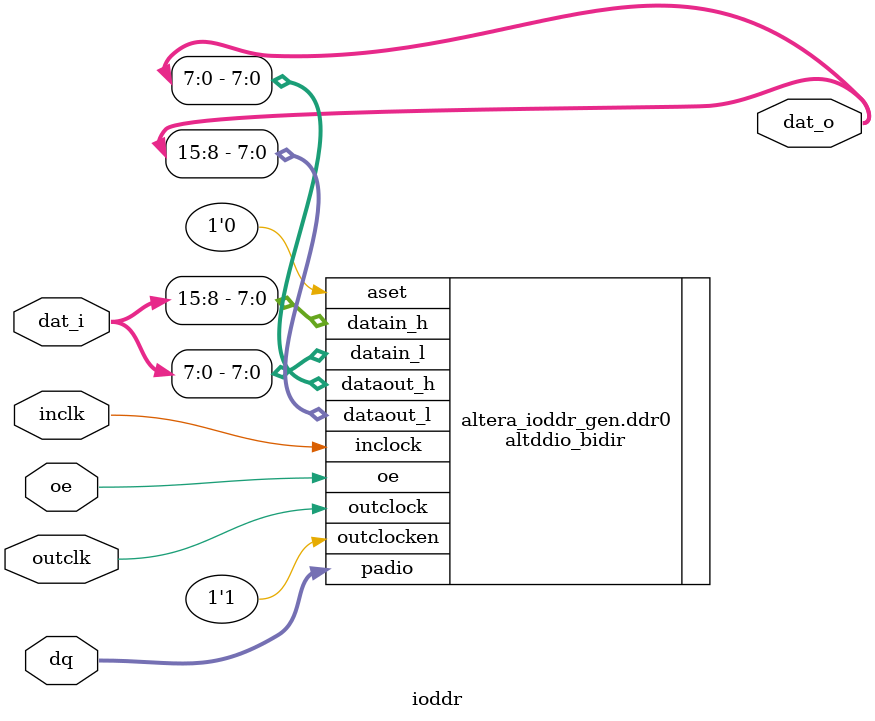
<source format=v>

`timescale 1 ns / 1 ps
`default_nettype none

module ioddr
#(
    parameter TARGET = "ALTERA",
    parameter WIDTH = 8
)
(
    input                       inclk,
    input                       outclk,
    input                       oe,
    input   [(WIDTH<<1)-1:0]    dat_i,
    output  [(WIDTH<<1)-1:0]    dat_o,
    inout   [WIDTH-1:0]         dq
);

// TODO: Add additional DDR implementations.
// Currently only Altera ALTDDR is supported.
/* verilator lint_off WIDTH */
generate
if(TARGET == "ALTERA") begin : altera_ioddr_gen
    // https://www.intel.com/content/dam/www/programmable/us/en/pdfs/literature/ug/ug_altddio.pdf

`ifndef EXCLUDE_ALTDDIO
    altddio_bidir #(
        .WIDTH(WIDTH),
        .POWER_UP_HIGH("OFF"),
        .OE_REG("UNUSED")
    ) ddr0 (
        .inclock(inclk),
        .outclock(outclk),
        .oe(oe),
        .outclocken(1'b1),
        .aset(1'b0),
        .datain_h(dat_i[(WIDTH<<1)-1 : (WIDTH)]),
        .datain_l(dat_i[WIDTH-1:0]),
        .dataout_h(dat_o[WIDTH-1:0]),
        .dataout_l(dat_o[(WIDTH<<1)-1 : (WIDTH)]),
        .padio(dq)
    );
`endif

end else begin
    // Fallback to pure verilog for simulation

    /* verilator lint_off MULTIDRIVEN */
    reg [(WIDTH<<1)-1:0] d;
    reg [WIDTH-1:0] q;

    // Tristate
    assign dq = oe ? q : {WIDTH{1'b1}};
    assign dat_o = d;

    // Reads on input clock
    always @(posedge inclk) begin
        d[WIDTH-1:0] <= dq;
    end

    always @(negedge inclk) begin
        d[(WIDTH<<1)-1:WIDTH] <= dq;
    end

    // Writes on output clock
    always @(posedge outclk) begin
        q <= dat_i[WIDTH-1:0];
    end

    always @(negedge outclk) begin
        q <= dat_i[(WIDTH<<1)-1 : WIDTH];
    end
    /* verilator lint_on MULTIDRIVEN */
end

endgenerate

endmodule


</source>
